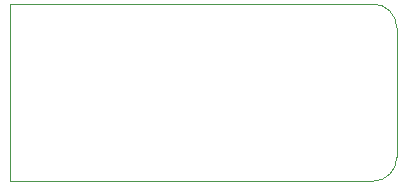
<source format=gm1>
%TF.GenerationSoftware,KiCad,Pcbnew,9.0.4*%
%TF.CreationDate,2025-08-24T10:47:50+01:00*%
%TF.ProjectId,usbc-7seg,75736263-2d37-4736-9567-2e6b69636164,rev?*%
%TF.SameCoordinates,Original*%
%TF.FileFunction,Profile,NP*%
%FSLAX46Y46*%
G04 Gerber Fmt 4.6, Leading zero omitted, Abs format (unit mm)*
G04 Created by KiCad (PCBNEW 9.0.4) date 2025-08-24 10:47:50*
%MOMM*%
%LPD*%
G01*
G04 APERTURE LIST*
%TA.AperFunction,Profile*%
%ADD10C,0.050000*%
%TD*%
G04 APERTURE END LIST*
D10*
X157000000Y-110985800D02*
X157000000Y-111000000D01*
X159000000Y-108985800D02*
G75*
G02*
X157000000Y-110985800I-2000000J0D01*
G01*
X157000000Y-96000000D02*
G75*
G02*
X159000000Y-98000000I0J-2000000D01*
G01*
X126250000Y-96000000D02*
X126250000Y-111000000D01*
X126250000Y-111000000D02*
X157000000Y-111000000D01*
X159000000Y-108985800D02*
X159000000Y-98000000D01*
X157000000Y-96000000D02*
X126250000Y-96000000D01*
M02*

</source>
